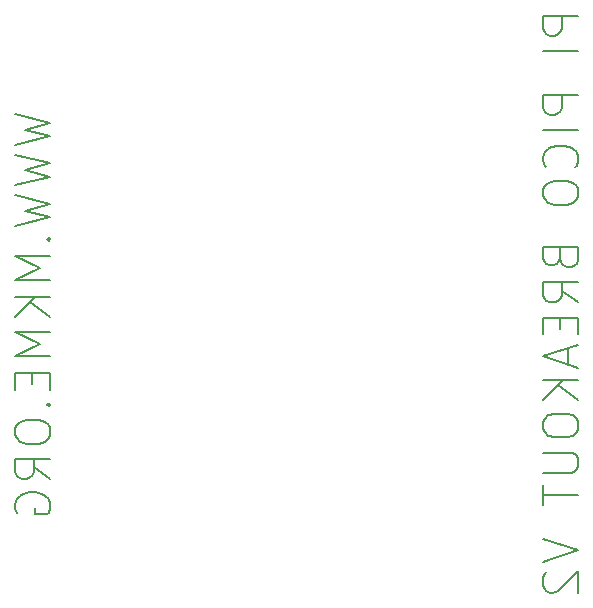
<source format=gbr>
%TF.GenerationSoftware,KiCad,Pcbnew,(5.1.6)-1*%
%TF.CreationDate,2021-02-08T13:30:39-05:00*%
%TF.ProjectId,MKME Pico Breakout,4d4b4d45-2050-4696-936f-20427265616b,rev?*%
%TF.SameCoordinates,Original*%
%TF.FileFunction,Legend,Bot*%
%TF.FilePolarity,Positive*%
%FSLAX46Y46*%
G04 Gerber Fmt 4.6, Leading zero omitted, Abs format (unit mm)*
G04 Created by KiCad (PCBNEW (5.1.6)-1) date 2021-02-08 13:30:39*
%MOMM*%
%LPD*%
G01*
G04 APERTURE LIST*
%ADD10C,0.150000*%
G04 APERTURE END LIST*
D10*
X199017142Y-107460000D02*
X202017142Y-108174285D01*
X199874285Y-108745714D01*
X202017142Y-109317142D01*
X199017142Y-110031428D01*
X199017142Y-110888571D02*
X202017142Y-111602857D01*
X199874285Y-112174285D01*
X202017142Y-112745714D01*
X199017142Y-113460000D01*
X199017142Y-114317142D02*
X202017142Y-115031428D01*
X199874285Y-115602857D01*
X202017142Y-116174285D01*
X199017142Y-116888571D01*
X201731428Y-118031428D02*
X201874285Y-118174285D01*
X202017142Y-118031428D01*
X201874285Y-117888571D01*
X201731428Y-118031428D01*
X202017142Y-118031428D01*
X202017142Y-119460000D02*
X199017142Y-119460000D01*
X201160000Y-120460000D01*
X199017142Y-121460000D01*
X202017142Y-121460000D01*
X202017142Y-122888571D02*
X199017142Y-122888571D01*
X202017142Y-124602857D02*
X200302857Y-123317142D01*
X199017142Y-124602857D02*
X200731428Y-122888571D01*
X202017142Y-125888571D02*
X199017142Y-125888571D01*
X201160000Y-126888571D01*
X199017142Y-127888571D01*
X202017142Y-127888571D01*
X200445714Y-129317142D02*
X200445714Y-130317142D01*
X202017142Y-130745714D02*
X202017142Y-129317142D01*
X199017142Y-129317142D01*
X199017142Y-130745714D01*
X201731428Y-132031428D02*
X201874285Y-132174285D01*
X202017142Y-132031428D01*
X201874285Y-131888571D01*
X201731428Y-132031428D01*
X202017142Y-132031428D01*
X199017142Y-134031428D02*
X199017142Y-134602857D01*
X199160000Y-134888571D01*
X199445714Y-135174285D01*
X200017142Y-135317142D01*
X201017142Y-135317142D01*
X201588571Y-135174285D01*
X201874285Y-134888571D01*
X202017142Y-134602857D01*
X202017142Y-134031428D01*
X201874285Y-133745714D01*
X201588571Y-133460000D01*
X201017142Y-133317142D01*
X200017142Y-133317142D01*
X199445714Y-133460000D01*
X199160000Y-133745714D01*
X199017142Y-134031428D01*
X202017142Y-138317142D02*
X200588571Y-137317142D01*
X202017142Y-136602857D02*
X199017142Y-136602857D01*
X199017142Y-137745714D01*
X199160000Y-138031428D01*
X199302857Y-138174285D01*
X199588571Y-138317142D01*
X200017142Y-138317142D01*
X200302857Y-138174285D01*
X200445714Y-138031428D01*
X200588571Y-137745714D01*
X200588571Y-136602857D01*
X199160000Y-141174285D02*
X199017142Y-140888571D01*
X199017142Y-140460000D01*
X199160000Y-140031428D01*
X199445714Y-139745714D01*
X199731428Y-139602857D01*
X200302857Y-139460000D01*
X200731428Y-139460000D01*
X201302857Y-139602857D01*
X201588571Y-139745714D01*
X201874285Y-140031428D01*
X202017142Y-140460000D01*
X202017142Y-140745714D01*
X201874285Y-141174285D01*
X201731428Y-141317142D01*
X200731428Y-141317142D01*
X200731428Y-140745714D01*
X246721142Y-99086857D02*
X243721142Y-99086857D01*
X243721142Y-100229714D01*
X243864000Y-100515428D01*
X244006857Y-100658285D01*
X244292571Y-100801142D01*
X244721142Y-100801142D01*
X245006857Y-100658285D01*
X245149714Y-100515428D01*
X245292571Y-100229714D01*
X245292571Y-99086857D01*
X246721142Y-102086857D02*
X243721142Y-102086857D01*
X246721142Y-105801142D02*
X243721142Y-105801142D01*
X243721142Y-106944000D01*
X243864000Y-107229714D01*
X244006857Y-107372571D01*
X244292571Y-107515428D01*
X244721142Y-107515428D01*
X245006857Y-107372571D01*
X245149714Y-107229714D01*
X245292571Y-106944000D01*
X245292571Y-105801142D01*
X246721142Y-108801142D02*
X243721142Y-108801142D01*
X246435428Y-111943999D02*
X246578285Y-111801142D01*
X246721142Y-111372571D01*
X246721142Y-111086857D01*
X246578285Y-110658285D01*
X246292571Y-110372571D01*
X246006857Y-110229714D01*
X245435428Y-110086857D01*
X245006857Y-110086857D01*
X244435428Y-110229714D01*
X244149714Y-110372571D01*
X243864000Y-110658285D01*
X243721142Y-111086857D01*
X243721142Y-111372571D01*
X243864000Y-111801142D01*
X244006857Y-111943999D01*
X243721142Y-113801142D02*
X243721142Y-114372571D01*
X243864000Y-114658285D01*
X244149714Y-114943999D01*
X244721142Y-115086857D01*
X245721142Y-115086857D01*
X246292571Y-114943999D01*
X246578285Y-114658285D01*
X246721142Y-114372571D01*
X246721142Y-113801142D01*
X246578285Y-113515428D01*
X246292571Y-113229714D01*
X245721142Y-113086857D01*
X244721142Y-113086857D01*
X244149714Y-113229714D01*
X243864000Y-113515428D01*
X243721142Y-113801142D01*
X245149714Y-119658285D02*
X245292571Y-120086857D01*
X245435428Y-120229714D01*
X245721142Y-120372571D01*
X246149714Y-120372571D01*
X246435428Y-120229714D01*
X246578285Y-120086857D01*
X246721142Y-119801142D01*
X246721142Y-118658285D01*
X243721142Y-118658285D01*
X243721142Y-119658285D01*
X243864000Y-119943999D01*
X244006857Y-120086857D01*
X244292571Y-120229714D01*
X244578285Y-120229714D01*
X244864000Y-120086857D01*
X245006857Y-119943999D01*
X245149714Y-119658285D01*
X245149714Y-118658285D01*
X246721142Y-123372571D02*
X245292571Y-122372571D01*
X246721142Y-121658285D02*
X243721142Y-121658285D01*
X243721142Y-122801142D01*
X243864000Y-123086857D01*
X244006857Y-123229714D01*
X244292571Y-123372571D01*
X244721142Y-123372571D01*
X245006857Y-123229714D01*
X245149714Y-123086857D01*
X245292571Y-122801142D01*
X245292571Y-121658285D01*
X245149714Y-124658285D02*
X245149714Y-125658285D01*
X246721142Y-126086857D02*
X246721142Y-124658285D01*
X243721142Y-124658285D01*
X243721142Y-126086857D01*
X245864000Y-127229714D02*
X245864000Y-128658285D01*
X246721142Y-126943999D02*
X243721142Y-127943999D01*
X246721142Y-128943999D01*
X246721142Y-129943999D02*
X243721142Y-129943999D01*
X246721142Y-131658285D02*
X245006857Y-130372571D01*
X243721142Y-131658285D02*
X245435428Y-129943999D01*
X243721142Y-133515428D02*
X243721142Y-134086857D01*
X243864000Y-134372571D01*
X244149714Y-134658285D01*
X244721142Y-134801142D01*
X245721142Y-134801142D01*
X246292571Y-134658285D01*
X246578285Y-134372571D01*
X246721142Y-134086857D01*
X246721142Y-133515428D01*
X246578285Y-133229714D01*
X246292571Y-132943999D01*
X245721142Y-132801142D01*
X244721142Y-132801142D01*
X244149714Y-132943999D01*
X243864000Y-133229714D01*
X243721142Y-133515428D01*
X243721142Y-136086857D02*
X246149714Y-136086857D01*
X246435428Y-136229714D01*
X246578285Y-136372571D01*
X246721142Y-136658285D01*
X246721142Y-137229714D01*
X246578285Y-137515428D01*
X246435428Y-137658285D01*
X246149714Y-137801142D01*
X243721142Y-137801142D01*
X243721142Y-138801142D02*
X243721142Y-140515428D01*
X246721142Y-139658285D02*
X243721142Y-139658285D01*
X243721142Y-143372571D02*
X246721142Y-144372571D01*
X243721142Y-145372571D01*
X244006857Y-146229714D02*
X243864000Y-146372571D01*
X243721142Y-146658285D01*
X243721142Y-147372571D01*
X243864000Y-147658285D01*
X244006857Y-147801142D01*
X244292571Y-147943999D01*
X244578285Y-147943999D01*
X245006857Y-147801142D01*
X246721142Y-146086857D01*
X246721142Y-147943999D01*
M02*

</source>
